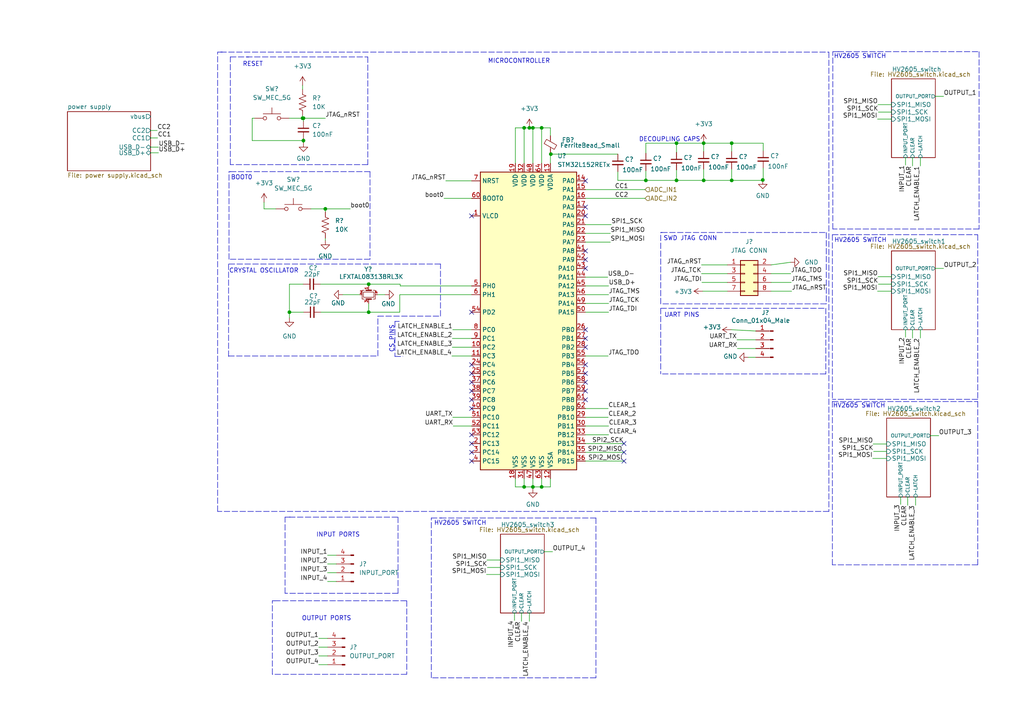
<source format=kicad_sch>
(kicad_sch (version 20211123) (generator eeschema)
  (paper "A4")
  (title_block (date "2022-01-20") (comment 2 "CHECKED BY: Pdev") (comment 3 "DESIGNED BY: Simon") (comment 4 "STM32 BOARD "))
  (lib_symbols
    (symbol "Connector:Conn_01x04_Male" (pin_names (offset 1.016) hide)
      (property "Reference" "J" (at 0 5.08 0))
      (property "Value" "Conn_01x04_Male" (at 0 -7.62 0))
      (symbol "Conn_01x04_Male_1_1"
        (polyline (pts (xy 1.27 -5.08) (xy 0.8636 -5.08)) (stroke (width 0.1524)))
        (polyline (pts (xy 1.27 -2.54) (xy 0.8636 -2.54)) (stroke (width 0.1524)))
        (polyline (pts (xy 1.27 0) (xy 0.8636 0)) (stroke (width 0.1524)))
        (polyline (pts (xy 1.27 2.54) (xy 0.8636 2.54)) (stroke (width 0.1524)))
        (rectangle (start 0.8636 -4.953) (end 0 -5.207) (stroke (width 0.1524)) (fill (type outline)))
        (rectangle (start 0.8636 -2.413) (end 0 -2.667) (stroke (width 0.1524)) (fill (type outline)))
        (rectangle (start 0.8636 0.127) (end 0 -0.127) (stroke (width 0.1524)) (fill (type outline)))
        (rectangle (start 0.8636 2.667) (end 0 2.413) (stroke (width 0.1524)) (fill (type outline)))
        (pin passive line (at 5.08 2.54 180) (length 3.81) (name "Pin_1") (number "1"))
        (pin passive line (at 5.08 0 180) (length 3.81) (name "Pin_2") (number "2"))
        (pin passive line (at 5.08 -2.54 180) (length 3.81) (name "Pin_3") (number "3"))
        (pin passive line (at 5.08 -5.08 180) (length 3.81) (name "Pin_4") (number "4"))
      )
    )
    (symbol "Connector_Generic:Conn_02x04_Odd_Even" (pin_names (offset 1.016) hide)
      (property "Reference" "J" (at 1.27 5.08 0))
      (property "Value" "Conn_02x04_Odd_Even" (at 1.27 -7.62 0))
      (symbol "Conn_02x04_Odd_Even_1_1"
        (rectangle (start -1.27 -4.953) (end 0 -5.207) (stroke (width 0.1524)))
        (rectangle (start -1.27 -2.413) (end 0 -2.667) (stroke (width 0.1524)))
        (rectangle (start -1.27 0.127) (end 0 -0.127) (stroke (width 0.1524)))
        (rectangle (start -1.27 2.667) (end 0 2.413) (stroke (width 0.1524)))
        (rectangle (start -1.27 3.81) (end 3.81 -6.35) (stroke (width 0.254)) (fill (type background)))
        (rectangle (start 3.81 -4.953) (end 2.54 -5.207) (stroke (width 0.1524)))
        (rectangle (start 3.81 -2.413) (end 2.54 -2.667) (stroke (width 0.1524)))
        (rectangle (start 3.81 0.127) (end 2.54 -0.127) (stroke (width 0.1524)))
        (rectangle (start 3.81 2.667) (end 2.54 2.413) (stroke (width 0.1524)))
        (pin passive line (at -5.08 2.54 0) (length 3.81) (name "Pin_1") (number "1"))
        (pin passive line (at 7.62 2.54 180) (length 3.81) (name "Pin_2") (number "2"))
        (pin passive line (at -5.08 0 0) (length 3.81) (name "Pin_3") (number "3"))
        (pin passive line (at 7.62 0 180) (length 3.81) (name "Pin_4") (number "4"))
        (pin passive line (at -5.08 -2.54 0) (length 3.81) (name "Pin_5") (number "5"))
        (pin passive line (at 7.62 -2.54 180) (length 3.81) (name "Pin_6") (number "6"))
        (pin passive line (at -5.08 -5.08 0) (length 3.81) (name "Pin_7") (number "7"))
        (pin passive line (at 7.62 -5.08 180) (length 3.81) (name "Pin_8") (number "8"))
      )
    )
    (symbol "Device:C_Small" (pin_numbers hide) (pin_names (offset 0.254) hide)
      (property "Reference" "C" (at 0.254 1.778 0))
      (property "Value" "C_Small" (at 0.254 -2.032 0))
      (symbol "C_Small_0_1"
        (polyline (pts (xy -1.524 -0.508) (xy 1.524 -0.508)) (stroke (width 0.3302)))
        (polyline (pts (xy -1.524 0.508) (xy 1.524 0.508)) (stroke (width 0.3048)))
      )
      (symbol "C_Small_1_1"
        (pin passive line (at 0 2.54 270) (length 2.032) (name "~") (number "1"))
        (pin passive line (at 0 -2.54 90) (length 2.032) (name "~") (number "2"))
      )
    )
    (symbol "Device:Crystal_GND24_Small" (pin_names (offset 1.016) hide)
      (property "Reference" "Y" (at 1.27 4.445 0))
      (property "Value" "Crystal_GND24_Small" (at 1.27 2.54 0))
      (symbol "Crystal_GND24_Small_0_1"
        (rectangle (start -0.762 -1.524) (end 0.762 1.524))
        (polyline (pts (xy -1.27 -0.762) (xy -1.27 0.762)) (stroke (width 0.381)))
        (polyline (pts (xy 1.27 -0.762) (xy 1.27 0.762)) (stroke (width 0.381)))
        (polyline (pts (xy -1.27 -1.27) (xy -1.27 -1.905) (xy 1.27 -1.905) (xy 1.27 -1.27)))
        (polyline (pts (xy -1.27 1.27) (xy -1.27 1.905) (xy 1.27 1.905) (xy 1.27 1.27)))
      )
      (symbol "Crystal_GND24_Small_1_1"
        (pin passive line (at -2.54 0 0) (length 1.27) (name "1") (number "1"))
        (pin passive line (at 0 -2.54 90) (length 0.635) (name "2") (number "2"))
        (pin passive line (at 2.54 0 180) (length 1.27) (name "3") (number "3"))
        (pin passive line (at 0 2.54 270) (length 0.635) (name "4") (number "4"))
      )
    )
    (symbol "Device:FerriteBead_Small" (pin_numbers hide) (pin_names (offset 0))
      (property "Reference" "FB" (at 1.905 1.27 0))
      (property "Value" "FerriteBead_Small" (at 1.905 -1.27 0))
      (symbol "FerriteBead_Small_0_1"
        (polyline (pts (xy 0 -1.27) (xy 0 -0.7874)))
        (polyline (pts (xy 0 0.889) (xy 0 1.2954)))
        (polyline (pts (xy -1.8288 0.2794) (xy -1.1176 1.4986) (xy 1.8288 -0.2032) (xy 1.1176 -1.4224) (xy -1.8288 0.2794)))
      )
      (symbol "FerriteBead_Small_1_1"
        (pin passive line (at 0 2.54 270) (length 1.27) (name "~") (number "1"))
        (pin passive line (at 0 -2.54 90) (length 1.27) (name "~") (number "2"))
      )
    )
    (symbol "Device:R_US" (pin_numbers hide) (pin_names (offset 0))
      (property "Reference" "R" (at 2.54 0 90))
      (property "Value" "R_US" (at -2.54 0 90))
      (symbol "R_US_0_1"
        (polyline (pts (xy 0 -2.286) (xy 0 -2.54)))
        (polyline (pts (xy 0 2.286) (xy 0 2.54)))
        (polyline (pts (xy 0 -0.762) (xy 1.016 -1.143) (xy 0 -1.524) (xy -1.016 -1.905) (xy 0 -2.286)))
        (polyline (pts (xy 0 0.762) (xy 1.016 0.381) (xy 0 0) (xy -1.016 -0.381) (xy 0 -0.762)))
        (polyline (pts (xy 0 2.286) (xy 1.016 1.905) (xy 0 1.524) (xy -1.016 1.143) (xy 0 0.762)))
      )
      (symbol "R_US_1_1"
        (pin passive line (at 0 3.81 270) (length 1.27) (name "~") (number "1"))
        (pin passive line (at 0 -3.81 90) (length 1.27) (name "~") (number "2"))
      )
    )
    (symbol "MCU_ST_STM32L1:STM32L152RETx"
      (property "Reference" "U" (at -15.24 44.45 0))
      (property "Value" "STM32L152RETx" (at 7.62 44.45 0))
      (symbol "STM32L152RETx_0_1"
        (rectangle (start -15.24 -43.18) (end 12.7 43.18) (stroke (width 0.254)) (fill (type background)))
      )
      (symbol "STM32L152RETx_1_1"
        (pin power_in line (at -17.78 30.48 0) (length 2.54) (name "VLCD") (number "1"))
        (pin bidirectional line (at -17.78 -7.62 0) (length 2.54) (name "PC2") (number "10"))
        (pin bidirectional line (at -17.78 -10.16 0) (length 2.54) (name "PC3") (number "11"))
        (pin power_in line (at 5.08 -45.72 90) (length 2.54) (name "VSSA") (number "12"))
        (pin power_in line (at 5.08 45.72 270) (length 2.54) (name "VDDA") (number "13"))
        (pin bidirectional line (at 15.24 40.64 180) (length 2.54) (name "PA0") (number "14"))
        (pin bidirectional line (at 15.24 38.1 180) (length 2.54) (name "PA1") (number "15"))
        (pin bidirectional line (at 15.24 35.56 180) (length 2.54) (name "PA2") (number "16"))
        (pin bidirectional line (at 15.24 33.02 180) (length 2.54) (name "PA3") (number "17"))
        (pin power_in line (at -5.08 -45.72 90) (length 2.54) (name "VSS") (number "18"))
        (pin power_in line (at -5.08 45.72 270) (length 2.54) (name "VDD") (number "19"))
        (pin bidirectional line (at -17.78 -35.56 0) (length 2.54) (name "PC13") (number "2"))
        (pin bidirectional line (at 15.24 30.48 180) (length 2.54) (name "PA4") (number "20"))
        (pin bidirectional line (at 15.24 27.94 180) (length 2.54) (name "PA5") (number "21"))
        (pin bidirectional line (at 15.24 25.4 180) (length 2.54) (name "PA6") (number "22"))
        (pin bidirectional line (at 15.24 22.86 180) (length 2.54) (name "PA7") (number "23"))
        (pin bidirectional line (at -17.78 -12.7 0) (length 2.54) (name "PC4") (number "24"))
        (pin bidirectional line (at -17.78 -15.24 0) (length 2.54) (name "PC5") (number "25"))
        (pin bidirectional line (at 15.24 -2.54 180) (length 2.54) (name "PB0") (number "26"))
        (pin bidirectional line (at 15.24 -5.08 180) (length 2.54) (name "PB1") (number "27"))
        (pin bidirectional line (at 15.24 -7.62 180) (length 2.54) (name "PB2") (number "28"))
        (pin bidirectional line (at 15.24 -27.94 180) (length 2.54) (name "PB10") (number "29"))
        (pin bidirectional line (at -17.78 -38.1 0) (length 2.54) (name "PC14") (number "3"))
        (pin bidirectional line (at 15.24 -30.48 180) (length 2.54) (name "PB11") (number "30"))
        (pin power_in line (at -2.54 -45.72 90) (length 2.54) (name "VSS") (number "31"))
        (pin power_in line (at -2.54 45.72 270) (length 2.54) (name "VDD") (number "32"))
        (pin bidirectional line (at 15.24 -33.02 180) (length 2.54) (name "PB12") (number "33"))
        (pin bidirectional line (at 15.24 -35.56 180) (length 2.54) (name "PB13") (number "34"))
        (pin bidirectional line (at 15.24 -38.1 180) (length 2.54) (name "PB14") (number "35"))
        (pin bidirectional line (at 15.24 -40.64 180) (length 2.54) (name "PB15") (number "36"))
        (pin bidirectional line (at -17.78 -17.78 0) (length 2.54) (name "PC6") (number "37"))
        (pin bidirectional line (at -17.78 -20.32 0) (length 2.54) (name "PC7") (number "38"))
        (pin bidirectional line (at -17.78 -22.86 0) (length 2.54) (name "PC8") (number "39"))
        (pin bidirectional line (at -17.78 -40.64 0) (length 2.54) (name "PC15") (number "4"))
        (pin bidirectional line (at -17.78 -25.4 0) (length 2.54) (name "PC9") (number "40"))
        (pin bidirectional line (at 15.24 20.32 180) (length 2.54) (name "PA8") (number "41"))
        (pin bidirectional line (at 15.24 17.78 180) (length 2.54) (name "PA9") (number "42"))
        (pin bidirectional line (at 15.24 15.24 180) (length 2.54) (name "PA10") (number "43"))
        (pin bidirectional line (at 15.24 12.7 180) (length 2.54) (name "PA11") (number "44"))
        (pin bidirectional line (at 15.24 10.16 180) (length 2.54) (name "PA12") (number "45"))
        (pin bidirectional line (at 15.24 7.62 180) (length 2.54) (name "PA13") (number "46"))
        (pin power_in line (at 0 -45.72 90) (length 2.54) (name "VSS") (number "47"))
        (pin power_in line (at 0 45.72 270) (length 2.54) (name "VDD") (number "48"))
        (pin bidirectional line (at 15.24 5.08 180) (length 2.54) (name "PA14") (number "49"))
        (pin input line (at -17.78 10.16 0) (length 2.54) (name "PH0") (number "5"))
        (pin bidirectional line (at 15.24 2.54 180) (length 2.54) (name "PA15") (number "50"))
        (pin bidirectional line (at -17.78 -27.94 0) (length 2.54) (name "PC10") (number "51"))
        (pin bidirectional line (at -17.78 -30.48 0) (length 2.54) (name "PC11") (number "52"))
        (pin bidirectional line (at -17.78 -33.02 0) (length 2.54) (name "PC12") (number "53"))
        (pin bidirectional line (at -17.78 2.54 0) (length 2.54) (name "PD2") (number "54"))
        (pin bidirectional line (at 15.24 -10.16 180) (length 2.54) (name "PB3") (number "55"))
        (pin bidirectional line (at 15.24 -12.7 180) (length 2.54) (name "PB4") (number "56"))
        (pin bidirectional line (at 15.24 -15.24 180) (length 2.54) (name "PB5") (number "57"))
        (pin bidirectional line (at 15.24 -17.78 180) (length 2.54) (name "PB6") (number "58"))
        (pin bidirectional line (at 15.24 -20.32 180) (length 2.54) (name "PB7") (number "59"))
        (pin input line (at -17.78 7.62 0) (length 2.54) (name "PH1") (number "6"))
        (pin input line (at -17.78 35.56 0) (length 2.54) (name "BOOT0") (number "60"))
        (pin bidirectional line (at 15.24 -22.86 180) (length 2.54) (name "PB8") (number "61"))
        (pin bidirectional line (at 15.24 -25.4 180) (length 2.54) (name "PB9") (number "62"))
        (pin power_in line (at 2.54 -45.72 90) (length 2.54) (name "VSS") (number "63"))
        (pin power_in line (at 2.54 45.72 270) (length 2.54) (name "VDD") (number "64"))
        (pin input line (at -17.78 40.64 0) (length 2.54) (name "NRST") (number "7"))
        (pin bidirectional line (at -17.78 -2.54 0) (length 2.54) (name "PC0") (number "8"))
        (pin bidirectional line (at -17.78 -5.08 0) (length 2.54) (name "PC1") (number "9"))
      )
    )
    (symbol "Switch:SW_MEC_5G" (pin_numbers hide) (pin_names (offset 1.016) hide)
      (property "Reference" "SW" (at 1.27 2.54 0))
      (property "Value" "SW_MEC_5G" (at 0 -1.524 0))
      (symbol "SW_MEC_5G_0_1"
        (circle (center -2.032 0) (radius 0.508))
        (polyline (pts (xy 0 1.27) (xy 0 3.048)))
        (polyline (pts (xy 2.54 1.27) (xy -2.54 1.27)))
        (circle (center 2.032 0) (radius 0.508))
        (pin passive line (at -5.08 0 0) (length 2.54) (name "A") (number "1"))
        (pin passive line (at 5.08 0 180) (length 2.54) (name "B") (number "3"))
      )
      (symbol "SW_MEC_5G_1_1"
        (pin passive line (at -5.08 0 0) (length 2.54) hide (name "A") (number "2"))
        (pin passive line (at 5.08 0 180) (length 2.54) hide (name "B") (number "4"))
      )
    )
    (symbol "power:+3.3V" (power) (pin_names (offset 0))
      (property "Value" "+3.3V" (at 0 3.556 0))
      (symbol "+3.3V_0_1"
        (polyline (pts (xy -0.762 1.27) (xy 0 2.54)))
        (polyline (pts (xy 0 0) (xy 0 2.54)))
        (polyline (pts (xy 0 2.54) (xy 0.762 1.27)))
      )
      (symbol "+3.3V_1_1"
        (pin power_in line (at 0 0 90) (length 0) hide (name "+3V3") (number "1"))
      )
    )
    (symbol "power:GND" (power) (pin_names (offset 0))
      (property "Value" "GND" (at 0 -3.81 0))
      (symbol "GND_0_1"
        (polyline (pts (xy 0 0) (xy 0 -1.27) (xy 1.27 -1.27) (xy 0 -2.54) (xy -1.27 -1.27) (xy 0 -1.27)))
      )
      (symbol "GND_1_1"
        (pin power_in line (at 0 0 270) (length 0) hide (name "GND") (number "1"))
      )
    )
  )
  (junction (at 83.947 90.551))
  (junction (at 88.011 34.29))
  (junction (at 152.019 37.084))
  (junction (at 153.543 37.084))
  (junction (at 106.934 90.551))
  (junction (at 88.011 40.767))
  (junction (at 154.559 141.224))
  (junction (at 212.217 41.529))
  (junction (at 157.099 37.084))
  (junction (at 221.234 52.197))
  (junction (at 187.325 52.324))
  (junction (at 159.766 44.704))
  (junction (at 157.099 141.224))
  (junction (at 152.019 141.224))
  (junction (at 87.757 34.29))
  (junction (at 94.361 60.579))
  (junction (at 204.089 41.529))
  (junction (at 204.089 52.324))
  (junction (at 106.934 82.423))
  (junction (at 212.217 52.324))
  (junction (at 196.215 41.529))
  (junction (at 196.215 52.324))
  (junction (at 154.559 37.084))
  (no_connect (at 136.779 62.611))
  (no_connect (at 169.799 108.331))
  (no_connect (at 169.799 105.791))
  (no_connect (at 169.799 75.311))
  (no_connect (at 169.799 72.771))
  (no_connect (at 169.799 62.611))
  (no_connect (at 169.799 60.071))
  (no_connect (at 169.799 52.451))
  (no_connect (at 169.799 100.711))
  (no_connect (at 169.799 98.171))
  (no_connect (at 169.799 95.631))
  (no_connect (at 169.799 77.851))
  (no_connect (at 136.779 126.111))
  (no_connect (at 136.779 128.651))
  (no_connect (at 136.779 131.191))
  (no_connect (at 136.779 133.731))
  (no_connect (at 169.799 115.951))
  (no_connect (at 169.799 113.411))
  (no_connect (at 169.799 110.871))
  (no_connect (at 136.779 115.951))
  (no_connect (at 136.779 118.491))
  (no_connect (at 136.779 90.551))
  (no_connect (at 136.779 105.791))
  (no_connect (at 136.779 108.331))
  (no_connect (at 136.779 110.871))
  (no_connect (at 136.779 113.411))
  (no_connect (at 180.975 131.191))
  (no_connect (at 180.975 128.651))
  (no_connect (at 180.975 133.731))
  (polyline (pts (xy 66.294 76.581) (xy 66.294 103.505)))
  (wire (pts (xy 221.361 43.688) (xy 221.361 41.529)))
  (polyline (pts (xy 172.847 150.241) (xy 172.847 196.596)))
  (wire (pts (xy 94.996 161.036) (xy 97.536 161.036)))
  (wire (pts (xy 106.934 82.423) (xy 106.934 82.931)))
  (polyline (pts (xy 239.649 67.437) (xy 239.649 88.138)))
  (wire (pts (xy 87.884 82.423) (xy 83.947 82.423)))
  (wire (pts (xy 83.947 90.551) (xy 83.947 92.202)))
  (wire (pts (xy 43.688 40.005) (xy 45.72 40.005)))
  (wire (pts (xy 253.365 130.937) (xy 257.175 130.937)))
  (polyline (pts (xy 109.601 91.694) (xy 127.762 91.694)))
  (wire (pts (xy 88.011 35.179) (xy 88.011 34.29)))
  (wire (pts (xy 262.636 45.72) (xy 262.636 47.879)))
  (wire (pts (xy 99.441 85.471) (xy 104.394 85.471)))
  (wire (pts (xy 153.543 177.8) (xy 153.543 180.213)))
  (wire (pts (xy 87.757 33.528) (xy 87.757 34.29)))
  (wire (pts (xy 203.835 84.455) (xy 210.947 84.455)))
  (polyline (pts (xy 283.591 115.824) (xy 241.427 115.824)))
  (polyline (pts (xy 127.762 91.694) (xy 127.762 76.581)))
  (wire (pts (xy 223.647 79.375) (xy 229.362 79.375)))
  (wire (pts (xy 116.078 82.423) (xy 116.078 82.931)))
  (wire (pts (xy 149.479 37.084) (xy 149.479 47.371)))
  (polyline (pts (xy 241.427 68.072) (xy 283.591 68.072)))
  (wire (pts (xy 261.239 144.145) (xy 261.239 146.304)))
  (wire (pts (xy 157.099 141.224) (xy 159.639 141.224)))
  (polyline (pts (xy 239.522 108.458) (xy 191.643 108.458)))
  (wire (pts (xy 94.996 166.116) (xy 97.536 166.116)))
  (wire (pts (xy 90.17 60.579) (xy 94.361 60.579)))
  (wire (pts (xy 204.089 41.529) (xy 204.089 43.942)))
  (wire (pts (xy 94.361 69.088) (xy 94.361 69.723)))
  (wire (pts (xy 88.011 34.29) (xy 94.361 34.29)))
  (wire (pts (xy 169.799 57.531) (xy 187.071 57.531)))
  (wire (pts (xy 217.043 103.632) (xy 219.202 103.632)))
  (wire (pts (xy 157.099 47.371) (xy 157.099 37.084)))
  (wire (pts (xy 43.688 37.846) (xy 45.593 37.846)))
  (polyline (pts (xy 283.591 163.83) (xy 241.427 163.83)))
  (wire (pts (xy 271.272 77.851) (xy 273.685 77.851)))
  (wire (pts (xy 187.325 49.53) (xy 187.325 52.324)))
  (wire (pts (xy 141.351 164.592) (xy 145.161 164.592)))
  (polyline (pts (xy 117.983 174.244) (xy 117.983 195.58)))
  (wire (pts (xy 266.954 95.631) (xy 266.954 98.044)))
  (wire (pts (xy 109.474 85.471) (xy 111.633 85.471)))
  (wire (pts (xy 203.454 79.375) (xy 210.947 79.375)))
  (polyline (pts (xy 239.649 88.138) (xy 191.643 88.138)))
  (polyline (pts (xy 66.802 47.752) (xy 66.802 16.51)))
  (wire (pts (xy 213.741 98.552) (xy 219.202 98.552)))
  (polyline (pts (xy 127.762 76.581) (xy 120.523 76.581)))
  (wire (pts (xy 169.799 80.391) (xy 176.276 80.391)))
  (polyline (pts (xy 283.591 68.072) (xy 283.591 115.824)))
  (polyline (pts (xy 66.294 103.251) (xy 109.601 103.251)))
  (polyline (pts (xy 191.643 67.437) (xy 192.024 67.437)))
  (wire (pts (xy 169.799 85.471) (xy 176.53 85.471)))
  (wire (pts (xy 169.799 126.111) (xy 176.53 126.111)))
  (wire (pts (xy 149.479 141.224) (xy 152.019 141.224)))
  (polyline (pts (xy 191.643 89.408) (xy 239.522 89.408)))
  (wire (pts (xy 43.688 44.323) (xy 45.974 44.323)))
  (wire (pts (xy 262.636 95.631) (xy 262.636 97.79)))
  (wire (pts (xy 131.191 98.171) (xy 136.779 98.171)))
  (wire (pts (xy 115.951 85.471) (xy 115.951 90.551)))
  (polyline (pts (xy 241.427 116.459) (xy 283.591 116.459)))
  (polyline (pts (xy 66.421 49.784) (xy 66.929 49.784)))
  (wire (pts (xy 169.799 128.651) (xy 180.975 128.651)))
  (wire (pts (xy 169.799 121.031) (xy 176.403 121.031)))
  (wire (pts (xy 159.639 37.084) (xy 157.099 37.084)))
  (wire (pts (xy 187.325 52.324) (xy 196.215 52.324)))
  (wire (pts (xy 131.191 100.711) (xy 136.779 100.711)))
  (wire (pts (xy 83.947 34.29) (xy 87.757 34.29)))
  (wire (pts (xy 169.799 82.931) (xy 176.53 82.931)))
  (wire (pts (xy 266.954 45.72) (xy 266.954 48.133)))
  (wire (pts (xy 128.778 57.531) (xy 136.779 57.531)))
  (wire (pts (xy 157.861 160.02) (xy 160.274 160.02)))
  (polyline (pts (xy 239.522 89.408) (xy 239.522 108.458)))
  (wire (pts (xy 92.456 192.786) (xy 94.996 192.786)))
  (wire (pts (xy 213.868 101.092) (xy 219.202 101.092)))
  (wire (pts (xy 88.011 90.551) (xy 83.947 90.551)))
  (wire (pts (xy 212.09 95.631) (xy 219.202 96.012)))
  (wire (pts (xy 179.197 49.784) (xy 179.197 52.324)))
  (wire (pts (xy 131.318 95.631) (xy 136.779 95.631)))
  (polyline (pts (xy 240.411 148.336) (xy 63.119 148.336)))
  (wire (pts (xy 87.757 24.765) (xy 87.757 25.908)))
  (wire (pts (xy 169.799 103.251) (xy 176.403 103.251)))
  (wire (pts (xy 106.934 90.551) (xy 93.091 90.551)))
  (wire (pts (xy 73.787 34.29) (xy 73.152 34.29)))
  (polyline (pts (xy 115.443 149.987) (xy 115.443 172.085)))
  (wire (pts (xy 221.361 52.324) (xy 221.361 48.768)))
  (polyline (pts (xy 125.095 150.241) (xy 128.016 150.241)))
  (wire (pts (xy 153.543 37.084) (xy 152.019 37.084)))
  (wire (pts (xy 196.215 52.324) (xy 204.089 52.324)))
  (wire (pts (xy 187.325 41.529) (xy 187.325 44.45)))
  (wire (pts (xy 157.099 37.084) (xy 154.559 37.084)))
  (wire (pts (xy 115.951 90.551) (xy 106.934 90.551)))
  (wire (pts (xy 129.286 52.451) (xy 136.779 52.451)))
  (wire (pts (xy 253.238 128.778) (xy 257.175 128.778)))
  (wire (pts (xy 212.217 52.324) (xy 221.361 52.324)))
  (polyline (pts (xy 243.078 14.986) (xy 283.972 14.986)))
  (wire (pts (xy 83.947 82.423) (xy 83.947 90.551)))
  (wire (pts (xy 157.099 138.811) (xy 157.099 141.224)))
  (wire (pts (xy 169.799 65.151) (xy 177.292 65.151)))
  (wire (pts (xy 131.064 103.251) (xy 136.779 103.251)))
  (wire (pts (xy 152.019 138.811) (xy 152.019 141.224)))
  (wire (pts (xy 210.947 81.915) (xy 203.581 81.915)))
  (wire (pts (xy 43.688 42.672) (xy 45.974 42.672)))
  (wire (pts (xy 131.445 123.571) (xy 136.779 123.571)))
  (wire (pts (xy 196.215 41.529) (xy 204.089 41.529)))
  (polyline (pts (xy 109.601 103.251) (xy 109.601 91.694)))
  (polyline (pts (xy 83.947 149.987) (xy 115.443 149.987)))
  (wire (pts (xy 152.019 141.224) (xy 154.559 141.224)))
  (polyline (pts (xy 66.802 49.784) (xy 107.315 49.784)))
  (wire (pts (xy 204.089 49.022) (xy 204.089 52.324)))
  (polyline (pts (xy 114.554 93.218) (xy 114.554 103.378)))
  (wire (pts (xy 106.934 82.423) (xy 116.078 82.423)))
  (polyline (pts (xy 241.554 66.421) (xy 241.554 14.986)))
  (wire (pts (xy 254.762 32.512) (xy 258.572 32.512)))
  (polyline (pts (xy 191.643 88.138) (xy 191.643 67.437)))
  (polyline (pts (xy 78.994 174.244) (xy 79.883 174.244)))
  (wire (pts (xy 106.934 88.011) (xy 106.934 90.551)))
  (wire (pts (xy 73.152 40.767) (xy 88.011 40.767)))
  (wire (pts (xy 265.557 144.145) (xy 265.557 146.558)))
  (wire (pts (xy 254.762 82.423) (xy 258.572 82.423)))
  (polyline (pts (xy 283.972 66.421) (xy 241.554 66.421)))
  (wire (pts (xy 94.996 168.656) (xy 97.536 168.656)))
  (wire (pts (xy 131.318 121.031) (xy 136.779 121.031)))
  (wire (pts (xy 154.559 37.084) (xy 154.559 47.371)))
  (polyline (pts (xy 78.994 195.58) (xy 78.994 174.244)))
  (wire (pts (xy 92.456 190.246) (xy 94.996 190.246)))
  (wire (pts (xy 169.799 131.191) (xy 180.975 131.191)))
  (polyline (pts (xy 106.68 47.752) (xy 66.802 47.752)))
  (wire (pts (xy 76.581 58.674) (xy 76.581 60.579)))
  (wire (pts (xy 92.964 82.423) (xy 106.934 82.423)))
  (polyline (pts (xy 82.677 172.085) (xy 82.677 149.987)))
  (wire (pts (xy 154.559 141.732) (xy 154.559 141.224)))
  (wire (pts (xy 212.217 49.022) (xy 212.217 52.324)))
  (wire (pts (xy 141.224 162.433) (xy 145.161 162.433)))
  (wire (pts (xy 169.799 90.551) (xy 176.53 90.551)))
  (polyline (pts (xy 240.411 15.113) (xy 240.411 148.336)))
  (wire (pts (xy 264.668 95.631) (xy 264.668 98.044)))
  (wire (pts (xy 254.635 80.264) (xy 258.572 80.264)))
  (wire (pts (xy 159.766 44.704) (xy 179.197 44.704)))
  (polyline (pts (xy 115.443 172.085) (xy 82.677 172.085)))
  (wire (pts (xy 169.799 67.691) (xy 177.038 67.691)))
  (wire (pts (xy 212.217 41.529) (xy 221.361 41.529)))
  (polyline (pts (xy 71.501 16.51) (xy 106.68 16.51)))
  (wire (pts (xy 169.799 70.231) (xy 177.038 70.231)))
  (polyline (pts (xy 82.677 149.987) (xy 84.201 149.987)))
  (wire (pts (xy 154.559 37.084) (xy 153.543 37.084)))
  (wire (pts (xy 169.799 133.731) (xy 180.975 133.731)))
  (wire (pts (xy 159.639 39.37) (xy 159.639 37.084)))
  (wire (pts (xy 76.581 60.579) (xy 80.01 60.579)))
  (wire (pts (xy 154.559 138.811) (xy 154.559 141.224)))
  (polyline (pts (xy 66.421 75.184) (xy 66.421 49.784)))
  (polyline (pts (xy 241.554 14.986) (xy 243.459 14.986)))
  (wire (pts (xy 223.647 84.455) (xy 229.616 84.455)))
  (wire (pts (xy 152.019 37.084) (xy 149.479 37.084)))
  (polyline (pts (xy 172.847 196.596) (xy 125.095 196.596)))
  (wire (pts (xy 204.089 41.529) (xy 212.217 41.529)))
  (polyline (pts (xy 283.591 116.459) (xy 283.591 163.83)))
  (wire (pts (xy 254.635 30.353) (xy 258.572 30.353)))
  (wire (pts (xy 253.111 132.969) (xy 257.175 132.969)))
  (polyline (pts (xy 191.897 67.437) (xy 239.649 67.437)))
  (wire (pts (xy 196.215 52.324) (xy 196.215 49.276)))
  (wire (pts (xy 141.097 166.624) (xy 145.161 166.624)))
  (wire (pts (xy 169.799 123.571) (xy 176.53 123.571)))
  (wire (pts (xy 88.011 40.767) (xy 88.011 41.402)))
  (wire (pts (xy 204.089 52.324) (xy 212.217 52.324)))
  (wire (pts (xy 269.875 126.365) (xy 272.288 126.365)))
  (wire (pts (xy 203.454 76.835) (xy 210.947 76.835)))
  (polyline (pts (xy 107.315 49.784) (xy 107.315 75.184)))
  (polyline (pts (xy 107.315 75.184) (xy 66.421 75.184)))
  (wire (pts (xy 116.078 82.931) (xy 136.779 82.931)))
  (wire (pts (xy 87.757 34.29) (xy 88.011 34.29)))
  (wire (pts (xy 152.019 37.084) (xy 152.019 47.371)))
  (wire (pts (xy 73.152 34.29) (xy 73.152 40.767)))
  (polyline (pts (xy 66.421 76.581) (xy 120.65 76.581)))
  (wire (pts (xy 196.215 44.196) (xy 196.215 41.529)))
  (polyline (pts (xy 241.427 116.459) (xy 241.427 163.83)))
  (polyline (pts (xy 79.629 174.244) (xy 117.983 174.244)))
  (polyline (pts (xy 115.824 93.218) (xy 114.554 93.218)))
  (wire (pts (xy 94.361 60.579) (xy 94.361 61.468)))
  (wire (pts (xy 179.197 52.324) (xy 187.325 52.324)))
  (wire (pts (xy 149.479 138.811) (xy 149.479 141.224)))
  (wire (pts (xy 254.508 34.544) (xy 258.572 34.544)))
  (wire (pts (xy 88.011 40.259) (xy 88.011 40.767)))
  (polyline (pts (xy 64.008 15.113) (xy 240.411 15.113)))
  (wire (pts (xy 115.951 85.471) (xy 136.779 85.471)))
  (polyline (pts (xy 63.119 148.336) (xy 63.119 15.113)))
  (polyline (pts (xy 191.643 89.408) (xy 191.643 108.458)))
  (polyline (pts (xy 283.972 14.986) (xy 283.972 66.421)))
  (polyline (pts (xy 117.983 195.58) (xy 78.994 195.58)))
  (wire (pts (xy 94.361 60.579) (xy 101.6 60.579)))
  (wire (pts (xy 149.225 177.8) (xy 149.225 179.959)))
  (wire (pts (xy 223.647 81.915) (xy 229.489 81.915)))
  (polyline (pts (xy 114.554 103.378) (xy 116.84 103.378)))
  (polyline (pts (xy 125.095 196.596) (xy 125.095 150.241)))
  (wire (pts (xy 254.508 84.455) (xy 258.572 84.455)))
  (wire (pts (xy 159.639 141.224) (xy 159.639 138.811)))
  (polyline (pts (xy 63.119 15.113) (xy 64.516 15.113)))
  (polyline (pts (xy 66.802 16.51) (xy 72.136 16.51)))
  (wire (pts (xy 264.668 45.72) (xy 264.668 48.133)))
  (wire (pts (xy 94.996 163.576) (xy 97.536 163.576)))
  (polyline (pts (xy 241.427 68.072) (xy 241.427 115.824)))
  (wire (pts (xy 169.799 54.991) (xy 187.071 54.991)))
  (wire (pts (xy 159.639 44.45) (xy 159.639 47.371)))
  (polyline (pts (xy 106.68 16.51) (xy 106.68 47.752)))
  (wire (pts (xy 223.647 76.835) (xy 229.235 76.073)))
  (wire (pts (xy 154.559 141.224) (xy 157.099 141.224)))
  (wire (pts (xy 271.272 27.94) (xy 273.685 27.94)))
  (wire (pts (xy 212.217 41.529) (xy 212.217 43.942)))
  (wire (pts (xy 169.799 118.491) (xy 176.403 118.491)))
  (wire (pts (xy 263.271 144.145) (xy 263.271 146.558)))
  (polyline (pts (xy 127.762 150.241) (xy 172.847 150.241)))
  (wire (pts (xy 176.53 88.011) (xy 169.799 88.011)))
  (wire (pts (xy 92.456 187.706) (xy 94.996 187.706)))
  (wire (pts (xy 187.325 41.529) (xy 196.215 41.529)))
  (wire (pts (xy 151.257 177.8) (xy 151.257 180.213)))
  (wire (pts (xy 92.456 185.166) (xy 94.996 185.166)))
  (text "BOOT0\n" (at 66.929 52.324 0) (effects (font (size 1.27 1.27)) (justify left bottom)))
  (text "INPUT PORTS" (at 91.694 155.956 0) (effects (font (size 1.27 1.27)) (justify left bottom)))
  (text "HV2605 SWITCH\n" (at 241.808 17.145 0) (effects (font (size 1.27 1.27)) (justify left bottom)))
  (text "MICROCONTROLLER" (at 141.478 18.542 0) (effects (font (size 1.27 1.27)) (justify left bottom)))
  (text "HV2605 SWITCH\n" (at 241.554 118.491 0) (effects (font (size 1.27 1.27)) (justify left bottom)))
  (text "HV2605 SWITCH\n" (at 241.935 70.485 0) (effects (font (size 1.27 1.27)) (justify left bottom)))
  (text "DECOUPLING CAPS" (at 185.293 41.275 0) (effects (font (size 1.27 1.27)) (justify left bottom)))
  (text "RESET" (at 70.358 19.431 0) (effects (font (size 1.27 1.27)) (justify left bottom)))
  (text "SWD JTAG CONN" (at 192.405 69.977 0) (effects (font (size 1.27 1.27)) (justify left bottom)))
  (text "OUTPUT PORTS" (at 87.503 180.213 0) (effects (font (size 1.27 1.27)) (justify left bottom)))
  (text "CS_PINS" (at 114.427 102.362 90) (effects (font (size 1.27 1.27)) (justify left bottom)))
  (text "HV2605 SWITCH\n" (at 125.857 152.527 0) (effects (font (size 1.27 1.27)) (justify left bottom)))
  (text "CRYSTAL OSCILLATOR" (at 66.421 79.375 0) (effects (font (size 1.27 1.27)) (justify left bottom)))
  (text "UART PINS" (at 192.659 92.202 0) (effects (font (size 1.27 1.27)) (justify left bottom)))
  (label "SPI1_MOSI" (at 253.111 132.969 180))
  (label "SPI1_MOSI" (at 177.038 70.231 0))
  (label "OUTPUT_1" (at 273.685 27.94 0))
  (label "CC1" (at 178.308 54.991 0))
  (label "JTAG_TDI" (at 176.53 90.551 0))
  (label "UART_RX" (at 131.445 123.571 180))
  (label "JTAG_TDI" (at 203.581 81.915 180))
  (label "LATCH_ENABLE_1" (at 266.954 48.133 270))
  (label "LATCH_ENABLE_3" (at 131.191 100.711 180))
  (label "SPI1_MISO" (at 141.224 162.433 180))
  (label "SPI1_MOSI" (at 254.508 84.455 180))
  (label "LATCH_ENABLE_1" (at 131.318 95.631 180))
  (label "JTAG_nRST" (at 129.286 52.451 180))
  (label "SPI1_MISO" (at 254.635 30.353 180))
  (label "LATCH_ENABLE_2" (at 266.954 98.044 270))
  (label "JTAG_nRST" (at 203.454 76.835 180))
  (label "INPUT_1" (at 94.996 161.036 180))
  (label "LATCH_ENABLE_4" (at 131.064 103.251 180))
  (label "USB_D-" (at 45.974 42.672 0))
  (label "OUTPUT_3" (at 92.456 190.246 180))
  (label "CC2" (at 45.593 37.846 0))
  (label "SPI1_MISO" (at 253.238 128.778 180))
  (label "SPI1_SCK" (at 141.351 164.592 180))
  (label "JTAG_TMS" (at 229.489 81.915 0))
  (label "CLEAR_1" (at 176.403 118.491 0))
  (label "INPUT_4" (at 94.996 168.656 180))
  (label "SPI1_MISO" (at 177.038 67.691 0))
  (label "JTAG_TCK" (at 176.53 88.011 0))
  (label "JTAG_TMS" (at 176.53 85.471 0))
  (label "OUTPUT_1" (at 92.456 185.166 180))
  (label "UART_RX" (at 213.868 101.092 180))
  (label "CC2" (at 178.308 57.531 0))
  (label "JTAG_nRST" (at 229.616 84.455 0))
  (label "JTAG_TDO" (at 176.403 103.251 0))
  (label "boot0" (at 101.6 60.579 0))
  (label "JTAG_TCK" (at 203.454 79.375 180))
  (label "LATCH_ENABLE_2" (at 131.191 98.171 180))
  (label "OUTPUT_2" (at 273.685 77.851 0))
  (label "boot0" (at 128.778 57.531 180))
  (label "JTAG_nRST" (at 94.361 34.29 0))
  (label "LATCH_ENABLE_4" (at 153.543 180.213 270))
  (label "CLEAR_2" (at 176.403 121.031 0))
  (label "INPUT_2" (at 262.636 97.79 270))
  (label "SPI1_SCK" (at 254.762 82.423 180))
  (label "JTAG_TDO" (at 229.362 79.375 0))
  (label "SPI1_SCK" (at 253.365 130.937 180))
  (label "INPUT_2" (at 94.996 163.576 180))
  (label "USB_D+" (at 176.53 82.931 0))
  (label "SPI1_MOSI" (at 254.508 34.544 180))
  (label "SPI2_MISO" (at 170.434 131.191 0))
  (label "OUTPUT_4" (at 92.456 192.786 180))
  (label "CLEAR_4" (at 176.53 126.111 0))
  (label "CLEAR_3" (at 176.53 123.571 0))
  (label "SPI1_MISO" (at 254.635 80.264 180))
  (label "CLEAR" (at 264.668 48.133 270))
  (label "OUTPUT_4" (at 160.274 160.02 0))
  (label "INPUT_1" (at 262.636 47.879 270))
  (label "INPUT_4" (at 149.225 179.959 270))
  (label "USB_D-" (at 176.276 80.391 0))
  (label "CLEAR" (at 263.271 146.558 270))
  (label "CC1" (at 45.72 40.005 0))
  (label "UART_TX" (at 131.318 121.031 180))
  (label "OUTPUT_2" (at 92.456 187.706 180))
  (label "SPI1_SCK" (at 177.292 65.151 0))
  (label "SPI2_MOSI" (at 170.561 133.731 0))
  (label "LATCH_ENABLE_3" (at 265.557 146.558 270))
  (label "SPI1_MOSI" (at 141.097 166.624 180))
  (label "SPI1_SCK" (at 254.762 32.512 180))
  (label "USB_D+" (at 45.974 44.323 0))
  (label "INPUT_3" (at 94.996 166.116 180))
  (label "OUTPUT_3" (at 272.288 126.365 0))
  (label "SPI2_SCK" (at 171.704 128.651 0))
  (label "CLEAR" (at 151.257 180.213 270))
  (label "CLEAR" (at 264.668 98.044 270))
  (label "INPUT_3" (at 261.239 146.304 270))
  (label "UART_TX" (at 213.741 98.552 180))
  (hierarchical_label "ADC_IN1" (shape input) (at 187.071 54.991 0))
  (hierarchical_label "ADC_IN2" (shape input) (at 187.071 57.531 0))
  (symbol (lib_id "power:GND") (at 99.441 85.471 270) (unit 1)
    (property "Reference" "#PWR?" (effects hide))
    (property "Value" "GND" (at 96.012 87.884 90) (effects (justify left)))
  )
  (symbol (lib_id "Connector:Conn_01x04_Male") (at 100.076 190.246 180) (unit 1)
    (property "Reference" "J?" (at 101.346 187.7059 0) (effects (justify right)))
    (property "Value" "OUTPUT_PORT" (at 101.346 190.2459 0) (effects (justify right)))
  )
  (symbol (lib_id "Device:C_Small") (at 221.361 46.228 0) (unit 1)
    (property "Reference" "C?" (at 223.393 45.212 0) (effects (justify left)))
    (property "Value" "100nF" (at 222.631 48.26 0) (effects (justify left)))
  )
  (symbol (lib_id "Device:Crystal_GND24_Small") (at 106.934 85.471 270) (unit 1)
    (property "Reference" "Y?" (at 106.807 78.105 90))
    (property "Value" "LFXTAL083138RL3K" (at 107.696 80.264 90))
  )
  (symbol (lib_id "Switch:SW_MEC_5G") (at 78.867 34.29 0) (unit 1)
    (property "Reference" "SW?" (at 78.867 25.781 0))
    (property "Value" "SW_MEC_5G" (at 78.867 28.321 0))
    (property "Datasheet" "http://www.apem.com/int/index.php?controller=attachment&id_attachment=488" (effects hide))
  )
  (symbol (lib_id "power:GND") (at 154.559 141.732 0) (unit 1)
    (property "Reference" "#PWR?" (effects hide))
    (property "Value" "GND" (at 154.559 146.304 0))
  )
  (symbol (lib_id "power:GND") (at 88.011 41.402 0) (unit 1)
    (property "Reference" "#PWR?" (effects hide))
    (property "Value" "GND" (at 88.011 45.974 0))
  )
  (symbol (lib_id "power:GND") (at 83.947 92.202 0) (unit 1)
    (property "Reference" "#PWR?" (effects hide))
    (property "Value" "GND" (at 83.947 97.536 0))
  )
  (symbol (lib_id "Device:C_Small") (at 187.325 46.99 0) (unit 1)
    (property "Reference" "C?" (at 189.357 45.974 0) (effects (justify left)))
    (property "Value" "100nF" (at 188.595 49.022 0) (effects (justify left)))
  )
  (symbol (lib_id "power:GND") (at 221.234 52.197 0) (unit 1)
    (property "Reference" "#PWR?" (effects hide))
    (property "Value" "GND" (at 221.234 56.769 0))
  )
  (symbol (lib_id "Device:R_US") (at 87.757 29.718 0) (unit 1)
    (property "Reference" "R?" (at 90.551 28.4479 0) (effects (justify left)))
    (property "Value" "10K" (at 90.551 30.9879 0) (effects (justify left)))
  )
  (symbol (lib_id "power:+3.3V") (at 203.835 84.455 90) (unit 1)
    (property "Reference" "#PWR?" (effects hide))
    (property "Value" "+3.3V" (at 195.453 84.582 90) (effects (justify right)))
  )
  (symbol (lib_id "Device:FerriteBead_Small") (at 159.639 41.91 0) (unit 1)
    (property "Reference" "FB?" (at 162.941 40.6018 0) (effects (justify left)))
    (property "Value" "FerriteBead_Small" (at 162.433 42.164 0) (effects (justify left)))
  )
  (symbol (lib_id "power:GND") (at 94.361 69.723 0) (unit 1)
    (property "Reference" "#PWR?" (effects hide))
    (property "Value" "GND" (at 94.361 74.295 0))
  )
  (symbol (lib_id "Connector:Conn_01x04_Male") (at 224.282 98.552 0) (mirror y) (unit 1)
    (property "Reference" "J?" (at 220.853 90.678 0) (effects (justify right)))
    (property "Value" "Conn_01x04_Male" (at 212.09 92.964 0) (effects (justify right)))
  )
  (symbol (lib_id "Device:C_Small") (at 179.197 47.244 0) (unit 1)
    (property "Reference" "C?" (at 181.229 46.228 0) (effects (justify left)))
    (property "Value" "100nF" (at 180.467 49.276 0) (effects (justify left)))
  )
  (symbol (lib_id "Switch:SW_MEC_5G") (at 85.09 60.579 0) (unit 1)
    (property "Reference" "SW?" (at 85.09 52.07 0))
    (property "Value" "SW_MEC_5G" (at 85.09 54.61 0))
    (property "Datasheet" "http://www.apem.com/int/index.php?controller=attachment&id_attachment=488" (effects hide))
  )
  (symbol (lib_id "Device:C_Small") (at 204.089 46.482 0) (unit 1)
    (property "Reference" "C?" (at 206.121 45.466 0) (effects (justify left)))
    (property "Value" "100nF" (at 205.359 48.514 0) (effects (justify left)))
  )
  (symbol (lib_id "Device:C_Small") (at 212.217 46.482 0) (unit 1)
    (property "Reference" "C?" (at 214.249 45.466 0) (effects (justify left)))
    (property "Value" "100nF" (at 213.487 48.514 0) (effects (justify left)))
  )
  (symbol (lib_id "power:+3.3V") (at 87.757 24.765 0) (unit 1)
    (property "Reference" "#PWR?" (effects hide))
    (property "Value" "+3.3V" (at 87.757 19.177 0))
  )
  (symbol (lib_id "Device:C_Small") (at 196.215 46.736 0) (unit 1)
    (property "Reference" "C?" (at 198.247 45.72 0) (effects (justify left)))
    (property "Value" "100nF" (at 197.485 48.768 0) (effects (justify left)))
  )
  (symbol (lib_id "power:+3.3V") (at 76.581 58.674 0) (unit 1)
    (property "Reference" "#PWR?" (effects hide))
    (property "Value" "+3.3V" (at 76.581 53.086 0))
  )
  (symbol (lib_id "Connector:Conn_01x04_Male") (at 102.616 166.116 180) (unit 1)
    (property "Reference" "J?" (at 104.14 163.5759 0) (effects (justify right)))
    (property "Value" "INPUT_PORT" (at 104.14 166.1159 0) (effects (justify right)))
  )
  (symbol (lib_id "power:GND") (at 217.043 103.632 270) (unit 1)
    (property "Reference" "#PWR?" (effects hide))
    (property "Value" "GND" (at 209.804 103.378 90) (effects (justify left)))
  )
  (symbol (lib_id "power:GND") (at 111.633 85.471 90) (unit 1)
    (property "Reference" "#PWR?" (effects hide))
    (property "Value" "GND" (at 114.681 88.138 90) (effects (justify left)))
  )
  (symbol (lib_id "Device:C_Small") (at 90.424 82.423 90) (unit 1)
    (property "Reference" "C?" (at 90.805 77.724 90))
    (property "Value" "22pF" (at 90.551 79.502 90))
  )
  (symbol (lib_id "power:+3.3V") (at 212.09 95.631 90) (unit 1)
    (property "Reference" "#PWR?" (effects hide))
    (property "Value" "+3.3V" (at 203.835 94.869 90) (effects (justify right)))
  )
  (symbol (lib_id "power:GND") (at 229.235 76.073 90) (unit 1)
    (property "Reference" "#PWR?" (effects hide))
    (property "Value" "GND" (at 233.299 76.0729 90) (effects (justify right)))
  )
  (symbol (lib_id "Device:C_Small") (at 90.551 90.551 90) (unit 1)
    (property "Reference" "C?" (at 90.932 85.852 90))
    (property "Value" "22pF" (at 90.678 87.63 90))
  )
  (symbol (lib_id "power:+3.3V") (at 204.089 41.529 0) (unit 1)
    (property "Reference" "#PWR?" (effects hide))
    (property "Value" "+3.3V" (at 204.089 35.941 0))
  )
  (symbol (lib_id "Device:R_US") (at 94.361 65.278 0) (unit 1)
    (property "Reference" "R?" (at 97.155 64.0079 0) (effects (justify left)))
    (property "Value" "10K" (at 97.155 66.5479 0) (effects (justify left)))
  )
  (symbol (lib_id "Connector_Generic:Conn_02x04_Odd_Even") (at 216.027 79.375 0) (unit 1)
    (property "Reference" "J?" (at 217.297 70.104 0))
    (property "Value" "JTAG CONN" (at 217.297 72.644 0))
  )
  (symbol (lib_id "MCU_ST_STM32L1:STM32L152RETx") (at 154.559 93.091 0) (unit 1)
    (property "Reference" "U?" (at 161.6584 45.212 0) (effects (justify left)))
    (property "Value" "STM32L152RETx" (at 161.6584 47.752 0) (effects (justify left)))
    (property "Footprint" "Package_QFP:LQFP-64_10x10mm_P0.5mm" (effects hide))
    (property "Datasheet" "http://www.st.com/st-web-ui/static/active/en/resource/technical/document/datasheet/DM00098321.pdf" (effects hide))
  )
  (symbol (lib_id "Device:C_Small") (at 88.011 37.719 0) (unit 1)
    (property "Reference" "C?" (at 90.551 36.4552 0) (effects (justify left)))
    (property "Value" "100nF" (at 90.551 38.9952 0) (effects (justify left)))
  )
  (symbol (lib_id "power:+3.3V") (at 153.543 37.084 0) (unit 1)
    (property "Reference" "#PWR?" (effects hide))
    (property "Value" "+3.3V" (at 153.543 31.496 0))
  )
  (sheet (at 19.558 32.385) (size 24.13 17.145) (stroke (width 0.1524))
    (property "Sheet name" "power supply" (at 19.558 31.6734 0) (effects (justify left bottom)))
    (property "Sheet file" "power supply.kicad_sch" (at 19.558 50.1146 0) (effects (justify left top)))
    (pin "vbus" output (at 43.688 33.782 0))
    (pin "USB_D-" bidirectional (at 43.688 42.672 0))
    (pin "CC2" output (at 43.688 37.846 0))
    (pin "CC1" output (at 43.688 40.005 0))
    (pin "USB_D+" bidirectional (at 43.688 44.323 0))
  )
  (sheet (at 258.572 22.86) (size 12.7 22.86) (stroke (width 0.1524))
    (property "Sheet name" "HV2605_switch" (at 258.699 20.828 0) (effects (justify left bottom)))
    (property "Sheet file" "HV2605_switch.kicad_sch" (at 252.349 20.828 0) (effects (justify left top)))
    (pin "OUTPUT_PORT" output (at 271.272 27.94 0) (effects (font (size 1 1))))
    (pin "~LATCH" input (at 266.954 45.72 270) (effects (font (size 1 1))))
    (pin "SPI1_MISO" input (at 258.572 30.353 180))
    (pin "CLEAR" input (at 264.668 45.72 270) (effects (font (size 1 1))))
    (pin "SPI1_MOSI" input (at 258.572 34.544 180))
    (pin "SPI1_SCK" input (at 258.572 32.512 180))
    (pin "INPUT_PORT" input (at 262.636 45.72 270) (effects (font (size 1 1))))
  )
  (sheet (at 258.572 72.771) (size 12.7 22.86) (stroke (width 0.1524))
    (property "Sheet name" "HV2605_switch1" (at 258.699 70.739 0) (effects (justify left bottom)))
    (property "Sheet file" "HV2605_switch.kicad_sch" (at 252.349 70.739 0) (effects (justify left top)))
    (pin "OUTPUT_PORT" output (at 271.272 77.851 0) (effects (font (size 1 1))))
    (pin "~LATCH" input (at 266.954 95.631 270) (effects (font (size 1 1))))
    (pin "SPI1_MISO" input (at 258.572 80.264 180))
    (pin "CLEAR" input (at 264.668 95.631 270) (effects (font (size 1 1))))
    (pin "SPI1_MOSI" input (at 258.572 84.455 180))
    (pin "SPI1_SCK" input (at 258.572 82.423 180))
    (pin "INPUT_PORT" input (at 262.636 95.631 270) (effects (font (size 1 1))))
  )
  (sheet (at 145.161 154.94) (size 12.7 22.86) (stroke (width 0.1524))
    (property "Sheet name" "HV2605_switch3" (at 145.288 152.908 0) (effects (justify left bottom)))
    (property "Sheet file" "HV2605_switch.kicad_sch" (at 138.938 152.908 0) (effects (justify left top)))
    (pin "OUTPUT_PORT" output (at 157.861 160.02 0) (effects (font (size 1 1))))
    (pin "~LATCH" input (at 153.543 177.8 270) (effects (font (size 1 1))))
    (pin "SPI1_MISO" input (at 145.161 162.433 180))
    (pin "CLEAR" input (at 151.257 177.8 270) (effects (font (size 1 1))))
    (pin "SPI1_MOSI" input (at 145.161 166.624 180))
    (pin "SPI1_SCK" input (at 145.161 164.592 180))
    (pin "INPUT_PORT" input (at 149.225 177.8 270) (effects (font (size 1 1))))
  )
  (sheet (at 257.175 121.285) (size 12.7 22.86) (stroke (width 0.1524))
    (property "Sheet name" "HV2605_switch2" (at 257.302 119.253 0) (effects (justify left bottom)))
    (property "Sheet file" "HV2605_switch.kicad_sch" (at 250.952 119.253 0) (effects (justify left top)))
    (pin "OUTPUT_PORT" output (at 269.875 126.365 0) (effects (font (size 1 1))))
    (pin "~LATCH" input (at 265.557 144.145 270) (effects (font (size 1 1))))
    (pin "SPI1_MISO" input (at 257.175 128.778 180))
    (pin "CLEAR" input (at 263.271 144.145 270) (effects (font (size 1 1))))
    (pin "SPI1_MOSI" input (at 257.175 132.969 180))
    (pin "SPI1_SCK" input (at 257.175 130.937 180))
    (pin "INPUT_PORT" input (at 261.239 144.145 270) (effects (font (size 1 1))))
  )
)
</source>
